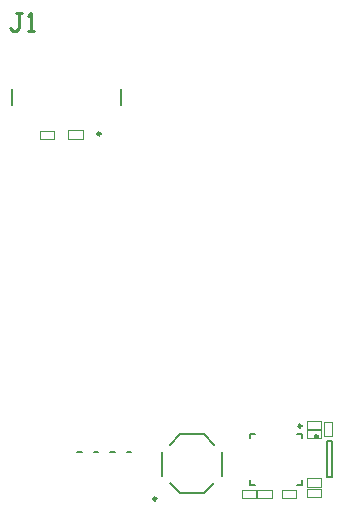
<source format=gbr>
G04*
G04 #@! TF.GenerationSoftware,Altium Limited,Altium Designer,23.10.1 (27)*
G04*
G04 Layer_Color=65535*
%FSLAX44Y44*%
%MOMM*%
G71*
G04*
G04 #@! TF.SameCoordinates,EE71AB0A-04B5-4847-A965-A32D4C1E190E*
G04*
G04*
G04 #@! TF.FilePolarity,Positive*
G04*
G01*
G75*
%ADD10C,0.2500*%
%ADD11C,0.1000*%
%ADD12C,0.2000*%
%ADD13C,0.1500*%
%ADD14C,0.2540*%
D10*
X2108450Y309700D02*
G03*
X2108450Y309700I-1250J0D01*
G01*
X2155660Y720D02*
G03*
X2155660Y720I-1250J0D01*
G01*
X2292550Y53500D02*
G03*
X2292550Y53500I-1250J0D01*
G01*
X2278530Y62280D02*
G03*
X2278530Y62280I-1250J0D01*
G01*
D11*
X2081300Y305700D02*
Y309200D01*
Y305700D02*
X2093300D01*
X2081300Y309200D02*
Y312700D01*
X2093300D01*
Y305700D02*
Y312700D01*
X2068800Y308600D02*
Y312100D01*
X2056800D02*
X2068800D01*
Y305100D02*
Y308600D01*
X2056800Y305100D02*
X2068800D01*
X2056800D02*
Y312100D01*
X2295300Y5500D02*
Y9000D01*
X2283300D02*
X2295300D01*
Y2000D02*
Y5500D01*
X2283300Y2000D02*
X2295300D01*
X2283300D02*
Y9000D01*
X2295300Y14500D02*
Y18000D01*
X2283300D02*
X2295300D01*
Y11000D02*
Y14500D01*
X2283300Y11000D02*
X2295300D01*
X2283300D02*
Y18000D01*
X2274300Y4500D02*
Y8000D01*
X2262300D02*
X2274300D01*
Y1000D02*
Y4500D01*
X2262300Y1000D02*
X2274300D01*
X2262300D02*
Y8000D01*
X2253300Y4500D02*
Y8000D01*
X2241300D02*
X2253300D01*
Y1000D02*
Y4500D01*
X2241300Y1000D02*
X2253300D01*
X2241300D02*
Y8000D01*
X2228300Y1000D02*
Y4500D01*
Y1000D02*
X2240300D01*
X2228300Y4500D02*
Y8000D01*
X2240300D01*
Y1000D02*
Y8000D01*
X2295300Y55500D02*
Y59000D01*
X2283300D02*
X2295300D01*
Y52000D02*
Y55500D01*
X2283300Y52000D02*
X2295300D01*
X2283300D02*
Y59000D01*
X2301300Y53500D02*
X2304800D01*
Y65500D01*
X2297800Y53500D02*
X2301300D01*
X2297800D02*
Y65500D01*
X2304800D01*
X2283300Y60000D02*
Y63500D01*
Y60000D02*
X2295300D01*
X2283300Y63500D02*
Y67000D01*
X2295300D01*
Y60000D02*
Y67000D01*
D12*
X2033750Y334450D02*
Y347950D01*
X2125650Y334450D02*
Y347950D01*
X2210910Y20220D02*
Y40220D01*
X2175910Y5220D02*
X2195910D01*
X2175910Y55220D02*
X2195910D01*
X2160910Y20220D02*
Y40220D01*
X2166910Y46220D02*
X2175910Y55220D01*
X2195910D02*
X2204910Y46220D01*
X2195910Y5220D02*
X2204910Y14220D01*
X2166910D02*
X2175910Y5220D01*
X2300300Y49500D02*
X2304300D01*
X2300300Y19500D02*
X2304300D01*
Y49500D01*
X2300300Y19500D02*
Y49500D01*
X2235280Y51780D02*
Y55780D01*
X2239280D01*
X2235280Y12280D02*
Y16280D01*
Y12280D02*
X2239280D01*
X2274780D02*
X2278780D01*
Y16280D01*
Y51780D02*
Y55780D01*
X2274780D02*
X2278780D01*
D13*
X2088660Y40490D02*
X2092660D01*
X2116600D02*
X2120600D01*
X2102630D02*
X2106630D01*
X2130570D02*
X2134570D01*
D14*
X2041649Y411729D02*
X2036570D01*
X2039109D01*
Y399033D01*
X2036570Y396494D01*
X2034031D01*
X2031492Y399033D01*
X2046727Y396494D02*
X2051805D01*
X2049266D01*
Y411729D01*
X2046727Y409190D01*
M02*

</source>
